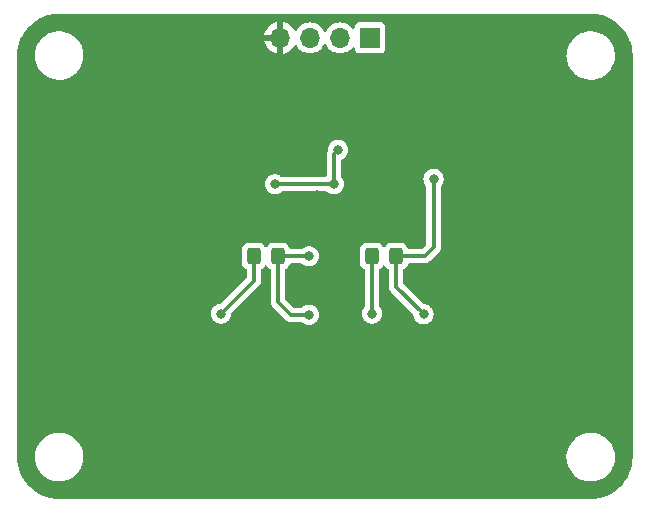
<source format=gbr>
%TF.GenerationSoftware,KiCad,Pcbnew,(6.0.2)*%
%TF.CreationDate,2022-03-01T12:56:46-05:00*%
%TF.ProjectId,shutter_tester,73687574-7465-4725-9f74-65737465722e,A*%
%TF.SameCoordinates,PX717cbc0PY57bcf00*%
%TF.FileFunction,Copper,L2,Bot*%
%TF.FilePolarity,Positive*%
%FSLAX46Y46*%
G04 Gerber Fmt 4.6, Leading zero omitted, Abs format (unit mm)*
G04 Created by KiCad (PCBNEW (6.0.2)) date 2022-03-01 12:56:46*
%MOMM*%
%LPD*%
G01*
G04 APERTURE LIST*
G04 Aperture macros list*
%AMRoundRect*
0 Rectangle with rounded corners*
0 $1 Rounding radius*
0 $2 $3 $4 $5 $6 $7 $8 $9 X,Y pos of 4 corners*
0 Add a 4 corners polygon primitive as box body*
4,1,4,$2,$3,$4,$5,$6,$7,$8,$9,$2,$3,0*
0 Add four circle primitives for the rounded corners*
1,1,$1+$1,$2,$3*
1,1,$1+$1,$4,$5*
1,1,$1+$1,$6,$7*
1,1,$1+$1,$8,$9*
0 Add four rect primitives between the rounded corners*
20,1,$1+$1,$2,$3,$4,$5,0*
20,1,$1+$1,$4,$5,$6,$7,0*
20,1,$1+$1,$6,$7,$8,$9,0*
20,1,$1+$1,$8,$9,$2,$3,0*%
G04 Aperture macros list end*
%TA.AperFunction,ComponentPad*%
%ADD10R,1.700000X1.700000*%
%TD*%
%TA.AperFunction,ComponentPad*%
%ADD11O,1.700000X1.700000*%
%TD*%
%TA.AperFunction,SMDPad,CuDef*%
%ADD12RoundRect,0.250000X0.325000X0.450000X-0.325000X0.450000X-0.325000X-0.450000X0.325000X-0.450000X0*%
%TD*%
%TA.AperFunction,ViaPad*%
%ADD13C,0.800000*%
%TD*%
%TA.AperFunction,Conductor*%
%ADD14C,0.300000*%
%TD*%
G04 APERTURE END LIST*
D10*
%TO.P,J1,1,Pin_1*%
%TO.N,VCC*%
X31320000Y-3500000D03*
D11*
%TO.P,J1,2,Pin_2*%
%TO.N,/OUTPUT_2*%
X28780000Y-3500000D03*
%TO.P,J1,3,Pin_3*%
%TO.N,/OUTPUT_1*%
X26240000Y-3500000D03*
%TO.P,J1,4,Pin_4*%
%TO.N,GND*%
X23700000Y-3500000D03*
%TD*%
D12*
%TO.P,D1,1,K*%
%TO.N,VCC*%
X23525000Y-22000000D03*
%TO.P,D1,2,A*%
%TO.N,Net-(D1-Pad2)*%
X21475000Y-22000000D03*
%TD*%
%TO.P,D2,1,K*%
%TO.N,VCC*%
X33525000Y-22000000D03*
%TO.P,D2,2,A*%
%TO.N,Net-(D2-Pad2)*%
X31475000Y-22000000D03*
%TD*%
D13*
%TO.N,GND*%
X34550000Y-28400000D03*
X21850000Y-28400000D03*
X39150000Y-31450000D03*
X37300000Y-9900000D03*
X26550000Y-31450000D03*
X34400000Y-9900000D03*
X32050000Y-18150000D03*
X26800000Y-16800000D03*
%TO.N,VCC*%
X28600000Y-13000000D03*
X35850000Y-26900000D03*
X36700000Y-15450000D03*
X28250000Y-15900000D03*
X26150000Y-26950000D03*
X26150000Y-22000000D03*
X23250000Y-15900000D03*
%TO.N,Net-(D1-Pad2)*%
X18700000Y-26850000D03*
%TO.N,Net-(D2-Pad2)*%
X31500000Y-26850000D03*
%TD*%
D14*
%TO.N,VCC*%
X23250000Y-15900000D02*
X28250000Y-15900000D01*
X33525000Y-22000000D02*
X35950000Y-22000000D01*
X26150000Y-26950000D02*
X24600000Y-26950000D01*
X23525000Y-25875000D02*
X23525000Y-22000000D01*
X24600000Y-26950000D02*
X23525000Y-25875000D01*
X23525000Y-22000000D02*
X26150000Y-22000000D01*
X28250000Y-13350000D02*
X28250000Y-15900000D01*
X35950000Y-22000000D02*
X36700000Y-21250000D01*
X33525000Y-24575000D02*
X35850000Y-26900000D01*
X33525000Y-22000000D02*
X33525000Y-24575000D01*
X36700000Y-21250000D02*
X36700000Y-15450000D01*
X28600000Y-13000000D02*
X28250000Y-13350000D01*
%TO.N,Net-(D1-Pad2)*%
X21475000Y-24075000D02*
X18700000Y-26850000D01*
X21475000Y-22000000D02*
X21475000Y-24075000D01*
%TO.N,Net-(D2-Pad2)*%
X31475000Y-22000000D02*
X31475000Y-26825000D01*
X31475000Y-26825000D02*
X31500000Y-26850000D01*
%TD*%
%TA.AperFunction,Conductor*%
%TO.N,GND*%
G36*
X49974581Y-1451500D02*
G01*
X49985573Y-1453212D01*
X49985577Y-1453212D01*
X49994446Y-1454593D01*
X50003348Y-1453429D01*
X50003350Y-1453429D01*
X50006944Y-1452959D01*
X50010277Y-1452523D01*
X50032793Y-1451611D01*
X50341783Y-1466791D01*
X50354079Y-1468001D01*
X50686447Y-1517304D01*
X50698569Y-1519714D01*
X50794366Y-1543710D01*
X51024505Y-1601358D01*
X51036337Y-1604947D01*
X51352698Y-1718143D01*
X51364122Y-1722875D01*
X51531937Y-1802245D01*
X51633703Y-1850377D01*
X51667864Y-1866534D01*
X51678769Y-1872363D01*
X51966968Y-2045103D01*
X51977249Y-2051973D01*
X52247124Y-2252126D01*
X52256682Y-2259970D01*
X52505642Y-2485614D01*
X52514386Y-2494358D01*
X52740030Y-2743318D01*
X52747874Y-2752876D01*
X52948027Y-3022751D01*
X52954897Y-3033032D01*
X53008343Y-3122201D01*
X53080512Y-3242607D01*
X53127637Y-3321231D01*
X53133466Y-3332136D01*
X53277125Y-3635878D01*
X53281857Y-3647302D01*
X53395053Y-3963663D01*
X53398642Y-3975495D01*
X53480285Y-4301428D01*
X53482696Y-4313553D01*
X53530942Y-4638794D01*
X53531998Y-4645916D01*
X53533209Y-4658215D01*
X53548060Y-4960504D01*
X53546804Y-4984312D01*
X53546789Y-4985573D01*
X53545407Y-4994446D01*
X53546571Y-5003348D01*
X53546571Y-5003351D01*
X53548936Y-5021434D01*
X53550000Y-5037771D01*
X53550000Y-38955196D01*
X53548500Y-38974581D01*
X53546788Y-38985573D01*
X53546788Y-38985577D01*
X53545407Y-38994446D01*
X53546571Y-39003348D01*
X53546571Y-39003350D01*
X53547477Y-39010274D01*
X53548389Y-39032794D01*
X53533210Y-39341778D01*
X53531999Y-39354079D01*
X53482697Y-39686444D01*
X53480285Y-39698572D01*
X53398642Y-40024505D01*
X53395053Y-40036337D01*
X53281857Y-40352698D01*
X53277125Y-40364122D01*
X53133466Y-40667864D01*
X53127637Y-40678769D01*
X52954897Y-40966968D01*
X52948027Y-40977249D01*
X52747874Y-41247124D01*
X52740030Y-41256682D01*
X52514386Y-41505642D01*
X52505642Y-41514386D01*
X52256682Y-41740030D01*
X52247124Y-41747874D01*
X51977249Y-41948027D01*
X51966968Y-41954897D01*
X51678769Y-42127637D01*
X51667868Y-42133464D01*
X51531937Y-42197755D01*
X51364122Y-42277125D01*
X51352698Y-42281857D01*
X51036337Y-42395053D01*
X51024505Y-42398642D01*
X50794366Y-42456290D01*
X50698569Y-42480286D01*
X50686447Y-42482696D01*
X50354079Y-42531999D01*
X50341785Y-42533209D01*
X50039496Y-42548060D01*
X50015688Y-42546804D01*
X50014427Y-42546789D01*
X50005554Y-42545407D01*
X49996652Y-42546571D01*
X49996649Y-42546571D01*
X49978566Y-42548936D01*
X49962229Y-42550000D01*
X5044804Y-42550000D01*
X5025419Y-42548500D01*
X5014427Y-42546788D01*
X5014423Y-42546788D01*
X5005554Y-42545407D01*
X4996652Y-42546571D01*
X4996650Y-42546571D01*
X4993056Y-42547041D01*
X4989723Y-42547477D01*
X4967207Y-42548389D01*
X4658217Y-42533209D01*
X4645921Y-42531999D01*
X4313553Y-42482696D01*
X4301431Y-42480286D01*
X4205634Y-42456290D01*
X3975495Y-42398642D01*
X3963663Y-42395053D01*
X3647302Y-42281857D01*
X3635878Y-42277125D01*
X3468063Y-42197755D01*
X3332132Y-42133464D01*
X3321231Y-42127637D01*
X3033032Y-41954897D01*
X3022751Y-41948027D01*
X2752876Y-41747874D01*
X2743318Y-41740030D01*
X2494358Y-41514386D01*
X2485614Y-41505642D01*
X2259970Y-41256682D01*
X2252126Y-41247124D01*
X2051973Y-40977249D01*
X2045103Y-40966968D01*
X1872363Y-40678769D01*
X1866534Y-40667864D01*
X1722875Y-40364122D01*
X1718143Y-40352698D01*
X1604947Y-40036337D01*
X1601358Y-40024505D01*
X1519715Y-39698572D01*
X1517303Y-39686444D01*
X1468001Y-39354079D01*
X1466790Y-39341778D01*
X1452107Y-39042888D01*
X1453409Y-39020764D01*
X1453249Y-39020750D01*
X1453684Y-39015907D01*
X1454491Y-39011108D01*
X1454627Y-39000000D01*
X1451273Y-38976580D01*
X1450000Y-38958718D01*
X1450000Y-38928264D01*
X2945745Y-38928264D01*
X2945898Y-38932652D01*
X2945898Y-38932658D01*
X2950908Y-39076105D01*
X2955753Y-39214859D01*
X2956515Y-39219182D01*
X2956516Y-39219189D01*
X2980302Y-39354084D01*
X3005550Y-39497272D01*
X3006905Y-39501443D01*
X3006907Y-39501450D01*
X3048972Y-39630912D01*
X3094167Y-39770006D01*
X3219879Y-40027753D01*
X3380238Y-40265496D01*
X3572125Y-40478608D01*
X3791803Y-40662940D01*
X4034998Y-40814905D01*
X4296975Y-40931545D01*
X4572636Y-41010589D01*
X4576986Y-41011200D01*
X4576989Y-41011201D01*
X4681342Y-41025867D01*
X4856615Y-41050500D01*
X5071604Y-41050500D01*
X5073790Y-41050347D01*
X5073794Y-41050347D01*
X5281686Y-41035810D01*
X5281691Y-41035809D01*
X5286071Y-41035503D01*
X5290365Y-41034590D01*
X5290367Y-41034590D01*
X5408984Y-41009377D01*
X5566575Y-40975880D01*
X5570706Y-40974376D01*
X5570711Y-40974375D01*
X5719135Y-40920353D01*
X5836050Y-40877799D01*
X5954337Y-40814905D01*
X6085361Y-40745239D01*
X6085367Y-40745235D01*
X6089253Y-40743169D01*
X6092813Y-40740582D01*
X6092817Y-40740580D01*
X6317691Y-40577199D01*
X6317694Y-40577197D01*
X6321254Y-40574610D01*
X6324421Y-40571552D01*
X6524374Y-40378460D01*
X6524378Y-40378455D01*
X6527539Y-40375403D01*
X6610853Y-40268767D01*
X6701381Y-40152896D01*
X6704093Y-40149425D01*
X6769384Y-40036337D01*
X6845276Y-39904888D01*
X6845278Y-39904883D01*
X6847477Y-39901075D01*
X6954903Y-39635187D01*
X7024279Y-39356935D01*
X7054255Y-39071736D01*
X7053248Y-39042888D01*
X7049245Y-38928264D01*
X47945745Y-38928264D01*
X47945898Y-38932652D01*
X47945898Y-38932658D01*
X47950908Y-39076105D01*
X47955753Y-39214859D01*
X47956515Y-39219182D01*
X47956516Y-39219189D01*
X47980302Y-39354084D01*
X48005550Y-39497272D01*
X48006905Y-39501443D01*
X48006907Y-39501450D01*
X48048972Y-39630912D01*
X48094167Y-39770006D01*
X48219879Y-40027753D01*
X48380238Y-40265496D01*
X48572125Y-40478608D01*
X48791803Y-40662940D01*
X49034998Y-40814905D01*
X49296975Y-40931545D01*
X49572636Y-41010589D01*
X49576986Y-41011200D01*
X49576989Y-41011201D01*
X49681342Y-41025867D01*
X49856615Y-41050500D01*
X50071604Y-41050500D01*
X50073790Y-41050347D01*
X50073794Y-41050347D01*
X50281686Y-41035810D01*
X50281691Y-41035809D01*
X50286071Y-41035503D01*
X50290365Y-41034590D01*
X50290367Y-41034590D01*
X50408984Y-41009377D01*
X50566575Y-40975880D01*
X50570706Y-40974376D01*
X50570711Y-40974375D01*
X50719135Y-40920353D01*
X50836050Y-40877799D01*
X50954337Y-40814905D01*
X51085361Y-40745239D01*
X51085367Y-40745235D01*
X51089253Y-40743169D01*
X51092813Y-40740582D01*
X51092817Y-40740580D01*
X51317691Y-40577199D01*
X51317694Y-40577197D01*
X51321254Y-40574610D01*
X51324421Y-40571552D01*
X51524374Y-40378460D01*
X51524378Y-40378455D01*
X51527539Y-40375403D01*
X51610853Y-40268767D01*
X51701381Y-40152896D01*
X51704093Y-40149425D01*
X51769384Y-40036337D01*
X51845276Y-39904888D01*
X51845278Y-39904883D01*
X51847477Y-39901075D01*
X51954903Y-39635187D01*
X52024279Y-39356935D01*
X52054255Y-39071736D01*
X52053248Y-39042888D01*
X52044401Y-38789538D01*
X52044400Y-38789532D01*
X52044247Y-38785141D01*
X52019967Y-38647439D01*
X51995212Y-38507051D01*
X51994450Y-38502728D01*
X51993095Y-38498557D01*
X51993093Y-38498550D01*
X51907194Y-38234184D01*
X51905833Y-38229994D01*
X51780121Y-37972247D01*
X51619762Y-37734504D01*
X51427875Y-37521392D01*
X51208197Y-37337060D01*
X50965002Y-37185095D01*
X50703025Y-37068455D01*
X50427364Y-36989411D01*
X50423014Y-36988800D01*
X50423011Y-36988799D01*
X50318658Y-36974133D01*
X50143385Y-36949500D01*
X49928396Y-36949500D01*
X49926210Y-36949653D01*
X49926206Y-36949653D01*
X49718314Y-36964190D01*
X49718309Y-36964191D01*
X49713929Y-36964497D01*
X49709635Y-36965410D01*
X49709633Y-36965410D01*
X49599597Y-36988799D01*
X49433425Y-37024120D01*
X49429294Y-37025624D01*
X49429289Y-37025625D01*
X49311616Y-37068455D01*
X49163950Y-37122201D01*
X49160063Y-37124268D01*
X48914639Y-37254761D01*
X48914633Y-37254765D01*
X48910747Y-37256831D01*
X48907187Y-37259418D01*
X48907183Y-37259420D01*
X48796429Y-37339888D01*
X48678746Y-37425390D01*
X48675582Y-37428446D01*
X48675579Y-37428448D01*
X48475626Y-37621540D01*
X48475622Y-37621545D01*
X48472461Y-37624597D01*
X48469754Y-37628062D01*
X48469752Y-37628064D01*
X48386592Y-37734504D01*
X48295907Y-37850575D01*
X48293704Y-37854391D01*
X48227765Y-37968602D01*
X48152523Y-38098925D01*
X48045097Y-38364813D01*
X47975721Y-38643065D01*
X47945745Y-38928264D01*
X7049245Y-38928264D01*
X7044401Y-38789538D01*
X7044400Y-38789532D01*
X7044247Y-38785141D01*
X7019967Y-38647439D01*
X6995212Y-38507051D01*
X6994450Y-38502728D01*
X6993095Y-38498557D01*
X6993093Y-38498550D01*
X6907194Y-38234184D01*
X6905833Y-38229994D01*
X6780121Y-37972247D01*
X6619762Y-37734504D01*
X6427875Y-37521392D01*
X6208197Y-37337060D01*
X5965002Y-37185095D01*
X5703025Y-37068455D01*
X5427364Y-36989411D01*
X5423014Y-36988800D01*
X5423011Y-36988799D01*
X5318658Y-36974133D01*
X5143385Y-36949500D01*
X4928396Y-36949500D01*
X4926210Y-36949653D01*
X4926206Y-36949653D01*
X4718314Y-36964190D01*
X4718309Y-36964191D01*
X4713929Y-36964497D01*
X4709635Y-36965410D01*
X4709633Y-36965410D01*
X4599597Y-36988799D01*
X4433425Y-37024120D01*
X4429294Y-37025624D01*
X4429289Y-37025625D01*
X4311616Y-37068455D01*
X4163950Y-37122201D01*
X4160063Y-37124268D01*
X3914639Y-37254761D01*
X3914633Y-37254765D01*
X3910747Y-37256831D01*
X3907187Y-37259418D01*
X3907183Y-37259420D01*
X3796429Y-37339888D01*
X3678746Y-37425390D01*
X3675582Y-37428446D01*
X3675579Y-37428448D01*
X3475626Y-37621540D01*
X3475622Y-37621545D01*
X3472461Y-37624597D01*
X3469754Y-37628062D01*
X3469752Y-37628064D01*
X3386592Y-37734504D01*
X3295907Y-37850575D01*
X3293704Y-37854391D01*
X3227765Y-37968602D01*
X3152523Y-38098925D01*
X3045097Y-38364813D01*
X2975721Y-38643065D01*
X2945745Y-38928264D01*
X1450000Y-38928264D01*
X1450000Y-26850000D01*
X17844815Y-26850000D01*
X17845505Y-26856565D01*
X17856016Y-26956565D01*
X17863503Y-27027803D01*
X17918750Y-27197835D01*
X18008141Y-27352665D01*
X18012559Y-27357572D01*
X18012560Y-27357573D01*
X18117875Y-27474536D01*
X18127770Y-27485526D01*
X18133109Y-27489405D01*
X18265407Y-27585526D01*
X18272407Y-27590612D01*
X18278435Y-27593296D01*
X18278437Y-27593297D01*
X18384709Y-27640612D01*
X18435733Y-27663329D01*
X18523171Y-27681914D01*
X18604152Y-27699128D01*
X18604156Y-27699128D01*
X18610609Y-27700500D01*
X18789391Y-27700500D01*
X18795844Y-27699128D01*
X18795848Y-27699128D01*
X18876829Y-27681914D01*
X18964267Y-27663329D01*
X19015291Y-27640612D01*
X19121563Y-27593297D01*
X19121565Y-27593296D01*
X19127593Y-27590612D01*
X19134594Y-27585526D01*
X19266891Y-27489405D01*
X19272230Y-27485526D01*
X19282126Y-27474536D01*
X19387440Y-27357573D01*
X19387441Y-27357572D01*
X19391859Y-27352665D01*
X19481250Y-27197835D01*
X19536497Y-27027803D01*
X19543985Y-26956565D01*
X19551220Y-26887724D01*
X19578233Y-26822068D01*
X19587435Y-26811800D01*
X21865938Y-24533297D01*
X21878329Y-24522429D01*
X21896736Y-24508305D01*
X21903282Y-24503282D01*
X21999536Y-24377841D01*
X22060044Y-24231762D01*
X22075500Y-24114361D01*
X22080682Y-24075000D01*
X22076578Y-24043827D01*
X22075500Y-24027381D01*
X22075500Y-23173138D01*
X22095502Y-23105017D01*
X22136229Y-23065362D01*
X22228907Y-23009234D01*
X22235408Y-23005297D01*
X22355297Y-22885408D01*
X22392224Y-22824434D01*
X22444621Y-22776527D01*
X22514601Y-22764554D01*
X22579945Y-22792315D01*
X22607776Y-22824434D01*
X22644703Y-22885408D01*
X22764592Y-23005297D01*
X22771093Y-23009234D01*
X22863771Y-23065362D01*
X22911678Y-23117760D01*
X22924500Y-23173138D01*
X22924500Y-25827381D01*
X22923422Y-25843827D01*
X22919318Y-25875000D01*
X22924500Y-25914361D01*
X22939956Y-26031762D01*
X23000464Y-26177841D01*
X23096718Y-26303282D01*
X23103264Y-26308305D01*
X23108855Y-26312595D01*
X23117694Y-26319377D01*
X23121671Y-26322429D01*
X23134062Y-26333297D01*
X24141703Y-27340938D01*
X24152570Y-27353328D01*
X24171718Y-27378282D01*
X24245692Y-27435044D01*
X24297159Y-27474536D01*
X24443238Y-27535044D01*
X24600000Y-27555683D01*
X24631179Y-27551578D01*
X24647626Y-27550500D01*
X25491534Y-27550500D01*
X25559655Y-27570502D01*
X25574334Y-27581709D01*
X25577770Y-27585526D01*
X25588466Y-27593297D01*
X25684856Y-27663329D01*
X25722407Y-27690612D01*
X25728435Y-27693296D01*
X25728437Y-27693297D01*
X25856918Y-27750500D01*
X25885733Y-27763329D01*
X25973171Y-27781914D01*
X26054152Y-27799128D01*
X26054156Y-27799128D01*
X26060609Y-27800500D01*
X26239391Y-27800500D01*
X26245844Y-27799128D01*
X26245848Y-27799128D01*
X26326829Y-27781914D01*
X26414267Y-27763329D01*
X26443082Y-27750500D01*
X26571563Y-27693297D01*
X26571565Y-27693296D01*
X26577593Y-27690612D01*
X26615145Y-27663329D01*
X26715230Y-27590612D01*
X26722230Y-27585526D01*
X26750072Y-27554605D01*
X26837440Y-27457573D01*
X26837441Y-27457572D01*
X26841859Y-27452665D01*
X26867893Y-27407573D01*
X26927946Y-27303558D01*
X26927947Y-27303557D01*
X26931250Y-27297835D01*
X26986497Y-27127803D01*
X27005185Y-26950000D01*
X26999240Y-26893435D01*
X26987187Y-26778761D01*
X26987187Y-26778760D01*
X26986497Y-26772197D01*
X26931250Y-26602165D01*
X26841859Y-26447335D01*
X26796839Y-26397335D01*
X26726645Y-26319377D01*
X26726643Y-26319376D01*
X26722230Y-26314474D01*
X26589592Y-26218106D01*
X26582935Y-26213269D01*
X26582933Y-26213268D01*
X26577593Y-26209388D01*
X26571565Y-26206704D01*
X26571563Y-26206703D01*
X26420298Y-26139356D01*
X26420297Y-26139356D01*
X26414267Y-26136671D01*
X26326829Y-26118086D01*
X26245848Y-26100872D01*
X26245844Y-26100872D01*
X26239391Y-26099500D01*
X26060609Y-26099500D01*
X26054156Y-26100872D01*
X26054152Y-26100872D01*
X25973171Y-26118086D01*
X25885733Y-26136671D01*
X25879703Y-26139356D01*
X25879702Y-26139356D01*
X25728438Y-26206703D01*
X25728436Y-26206704D01*
X25722408Y-26209388D01*
X25717067Y-26213268D01*
X25717066Y-26213269D01*
X25586261Y-26308305D01*
X25577770Y-26314474D01*
X25575012Y-26317537D01*
X25511835Y-26347854D01*
X25491534Y-26349500D01*
X24900925Y-26349500D01*
X24832804Y-26329498D01*
X24811830Y-26312595D01*
X24162405Y-25663170D01*
X24128379Y-25600858D01*
X24125500Y-25574075D01*
X24125500Y-23173138D01*
X24145502Y-23105017D01*
X24186229Y-23065362D01*
X24278907Y-23009234D01*
X24285408Y-23005297D01*
X24405297Y-22885408D01*
X24493127Y-22740383D01*
X24509286Y-22688820D01*
X24548744Y-22629798D01*
X24613848Y-22601478D01*
X24629520Y-22600500D01*
X25491534Y-22600500D01*
X25559655Y-22620502D01*
X25574334Y-22631709D01*
X25577770Y-22635526D01*
X25651122Y-22688820D01*
X25712115Y-22733134D01*
X25722407Y-22740612D01*
X25728435Y-22743296D01*
X25728437Y-22743297D01*
X25879702Y-22810644D01*
X25885733Y-22813329D01*
X25973171Y-22831915D01*
X26054152Y-22849128D01*
X26054156Y-22849128D01*
X26060609Y-22850500D01*
X26239391Y-22850500D01*
X26245844Y-22849128D01*
X26245848Y-22849128D01*
X26326829Y-22831915D01*
X26414267Y-22813329D01*
X26420298Y-22810644D01*
X26571563Y-22743297D01*
X26571565Y-22743296D01*
X26577593Y-22740612D01*
X26587886Y-22733134D01*
X26692942Y-22656805D01*
X26722230Y-22635526D01*
X26750073Y-22604604D01*
X26837440Y-22507573D01*
X26837441Y-22507572D01*
X26841859Y-22502665D01*
X26931250Y-22347835D01*
X26986497Y-22177803D01*
X27005185Y-22000000D01*
X26986497Y-21822197D01*
X26931250Y-21652165D01*
X26841859Y-21497335D01*
X26841472Y-21496905D01*
X30449500Y-21496905D01*
X30449501Y-22001311D01*
X30449501Y-22505992D01*
X30449764Y-22508850D01*
X30449764Y-22508859D01*
X30451495Y-22527696D01*
X30456171Y-22578594D01*
X30458170Y-22584972D01*
X30458170Y-22584973D01*
X30474013Y-22635526D01*
X30506873Y-22740383D01*
X30594703Y-22885408D01*
X30714592Y-23005297D01*
X30721093Y-23009234D01*
X30813771Y-23065362D01*
X30861678Y-23117760D01*
X30874500Y-23173138D01*
X30874500Y-26225269D01*
X30854498Y-26293390D01*
X30842136Y-26309580D01*
X30824202Y-26329498D01*
X30808141Y-26347335D01*
X30804838Y-26353056D01*
X30775971Y-26403056D01*
X30718750Y-26502165D01*
X30663503Y-26672197D01*
X30644815Y-26850000D01*
X30645505Y-26856565D01*
X30656016Y-26956565D01*
X30663503Y-27027803D01*
X30718750Y-27197835D01*
X30808141Y-27352665D01*
X30812559Y-27357572D01*
X30812560Y-27357573D01*
X30917875Y-27474536D01*
X30927770Y-27485526D01*
X30933109Y-27489405D01*
X31065407Y-27585526D01*
X31072407Y-27590612D01*
X31078435Y-27593296D01*
X31078437Y-27593297D01*
X31184709Y-27640612D01*
X31235733Y-27663329D01*
X31323171Y-27681914D01*
X31404152Y-27699128D01*
X31404156Y-27699128D01*
X31410609Y-27700500D01*
X31589391Y-27700500D01*
X31595844Y-27699128D01*
X31595848Y-27699128D01*
X31676829Y-27681914D01*
X31764267Y-27663329D01*
X31815291Y-27640612D01*
X31921563Y-27593297D01*
X31921565Y-27593296D01*
X31927593Y-27590612D01*
X31934594Y-27585526D01*
X32066891Y-27489405D01*
X32072230Y-27485526D01*
X32082126Y-27474536D01*
X32187440Y-27357573D01*
X32187441Y-27357572D01*
X32191859Y-27352665D01*
X32281250Y-27197835D01*
X32336497Y-27027803D01*
X32343985Y-26956565D01*
X32354495Y-26856565D01*
X32355185Y-26850000D01*
X32336497Y-26672197D01*
X32281250Y-26502165D01*
X32224030Y-26403056D01*
X32195162Y-26353056D01*
X32191859Y-26347335D01*
X32175799Y-26329498D01*
X32107864Y-26254050D01*
X32077147Y-26190042D01*
X32075500Y-26169739D01*
X32075500Y-23173138D01*
X32095502Y-23105017D01*
X32136229Y-23065362D01*
X32228907Y-23009234D01*
X32235408Y-23005297D01*
X32355297Y-22885408D01*
X32392224Y-22824434D01*
X32444621Y-22776527D01*
X32514601Y-22764554D01*
X32579945Y-22792315D01*
X32607776Y-22824434D01*
X32644703Y-22885408D01*
X32764592Y-23005297D01*
X32771093Y-23009234D01*
X32863771Y-23065362D01*
X32911678Y-23117760D01*
X32924500Y-23173138D01*
X32924500Y-24527381D01*
X32923422Y-24543827D01*
X32919318Y-24575000D01*
X32924500Y-24614361D01*
X32939956Y-24731762D01*
X33000464Y-24877841D01*
X33096718Y-25003282D01*
X33103264Y-25008305D01*
X33121671Y-25022429D01*
X33134062Y-25033297D01*
X34962565Y-26861800D01*
X34996591Y-26924112D01*
X34998780Y-26937724D01*
X35013503Y-27077803D01*
X35068750Y-27247835D01*
X35072053Y-27253557D01*
X35072054Y-27253558D01*
X35129657Y-27353329D01*
X35158141Y-27402665D01*
X35162559Y-27407572D01*
X35162560Y-27407573D01*
X35232750Y-27485526D01*
X35277770Y-27535526D01*
X35283109Y-27539405D01*
X35353589Y-27590612D01*
X35422407Y-27640612D01*
X35428435Y-27643296D01*
X35428437Y-27643297D01*
X35556918Y-27700500D01*
X35585733Y-27713329D01*
X35673171Y-27731914D01*
X35754152Y-27749128D01*
X35754156Y-27749128D01*
X35760609Y-27750500D01*
X35939391Y-27750500D01*
X35945844Y-27749128D01*
X35945848Y-27749128D01*
X36026829Y-27731914D01*
X36114267Y-27713329D01*
X36143082Y-27700500D01*
X36271563Y-27643297D01*
X36271565Y-27643296D01*
X36277593Y-27640612D01*
X36346412Y-27590612D01*
X36416891Y-27539405D01*
X36422230Y-27535526D01*
X36467251Y-27485526D01*
X36537440Y-27407573D01*
X36537441Y-27407572D01*
X36541859Y-27402665D01*
X36570343Y-27353329D01*
X36627946Y-27253558D01*
X36627947Y-27253557D01*
X36631250Y-27247835D01*
X36686497Y-27077803D01*
X36705185Y-26900000D01*
X36686497Y-26722197D01*
X36631250Y-26552165D01*
X36574030Y-26453056D01*
X36545162Y-26403056D01*
X36541859Y-26397335D01*
X36496839Y-26347335D01*
X36426645Y-26269377D01*
X36426643Y-26269376D01*
X36422230Y-26264474D01*
X36392942Y-26243195D01*
X36282935Y-26163269D01*
X36282933Y-26163268D01*
X36277593Y-26159388D01*
X36271565Y-26156704D01*
X36271563Y-26156703D01*
X36120298Y-26089356D01*
X36120297Y-26089356D01*
X36114267Y-26086671D01*
X36026829Y-26068085D01*
X35945848Y-26050872D01*
X35945844Y-26050872D01*
X35939391Y-26049500D01*
X35900925Y-26049500D01*
X35832804Y-26029498D01*
X35811830Y-26012595D01*
X34162405Y-24363170D01*
X34128379Y-24300858D01*
X34125500Y-24274075D01*
X34125500Y-23173138D01*
X34145502Y-23105017D01*
X34186229Y-23065362D01*
X34278907Y-23009234D01*
X34285408Y-23005297D01*
X34405297Y-22885408D01*
X34493127Y-22740383D01*
X34509286Y-22688820D01*
X34548744Y-22629798D01*
X34613848Y-22601478D01*
X34629520Y-22600500D01*
X35902381Y-22600500D01*
X35918827Y-22601578D01*
X35950000Y-22605682D01*
X35958188Y-22604604D01*
X35989361Y-22600500D01*
X36098574Y-22586122D01*
X36106762Y-22585044D01*
X36252841Y-22524536D01*
X36378282Y-22428282D01*
X36397430Y-22403328D01*
X36408297Y-22390938D01*
X37090938Y-21708297D01*
X37103329Y-21697429D01*
X37121736Y-21683305D01*
X37128282Y-21678282D01*
X37224536Y-21552841D01*
X37285044Y-21406762D01*
X37297628Y-21311180D01*
X37300500Y-21289361D01*
X37304604Y-21258188D01*
X37305682Y-21250000D01*
X37301578Y-21218827D01*
X37300500Y-21202381D01*
X37300500Y-16102496D01*
X37320502Y-16034375D01*
X37332864Y-16018185D01*
X37387440Y-15957573D01*
X37387441Y-15957572D01*
X37391859Y-15952665D01*
X37481250Y-15797835D01*
X37536497Y-15627803D01*
X37545049Y-15546442D01*
X37554495Y-15456565D01*
X37555185Y-15450000D01*
X37536497Y-15272197D01*
X37481250Y-15102165D01*
X37471513Y-15085299D01*
X37395162Y-14953056D01*
X37391859Y-14947335D01*
X37272230Y-14814474D01*
X37127593Y-14709388D01*
X37121565Y-14706704D01*
X37121563Y-14706703D01*
X36970298Y-14639356D01*
X36970297Y-14639356D01*
X36964267Y-14636671D01*
X36876829Y-14618086D01*
X36795848Y-14600872D01*
X36795844Y-14600872D01*
X36789391Y-14599500D01*
X36610609Y-14599500D01*
X36604156Y-14600872D01*
X36604152Y-14600872D01*
X36523171Y-14618085D01*
X36435733Y-14636671D01*
X36429703Y-14639356D01*
X36429702Y-14639356D01*
X36278438Y-14706703D01*
X36278436Y-14706704D01*
X36272408Y-14709388D01*
X36127770Y-14814474D01*
X36008141Y-14947335D01*
X36004838Y-14953056D01*
X35928488Y-15085299D01*
X35918750Y-15102165D01*
X35863503Y-15272197D01*
X35844815Y-15450000D01*
X35845505Y-15456565D01*
X35854952Y-15546442D01*
X35863503Y-15627803D01*
X35918750Y-15797835D01*
X36008141Y-15952665D01*
X36012559Y-15957572D01*
X36012560Y-15957573D01*
X36067136Y-16018185D01*
X36097853Y-16082193D01*
X36099500Y-16102496D01*
X36099500Y-20949075D01*
X36079498Y-21017196D01*
X36062595Y-21038170D01*
X35738170Y-21362595D01*
X35675858Y-21396621D01*
X35649075Y-21399500D01*
X34629520Y-21399500D01*
X34561399Y-21379498D01*
X34514906Y-21325842D01*
X34509286Y-21311180D01*
X34495398Y-21266864D01*
X34493127Y-21259617D01*
X34405297Y-21114592D01*
X34285408Y-20994703D01*
X34140383Y-20906873D01*
X34133136Y-20904602D01*
X34133134Y-20904601D01*
X34067894Y-20884156D01*
X33978594Y-20856171D01*
X33905993Y-20849500D01*
X33903095Y-20849500D01*
X33524012Y-20849501D01*
X33144008Y-20849501D01*
X33141150Y-20849764D01*
X33141141Y-20849764D01*
X33105757Y-20853015D01*
X33071406Y-20856171D01*
X33065028Y-20858170D01*
X33065027Y-20858170D01*
X32916866Y-20904601D01*
X32916864Y-20904602D01*
X32909617Y-20906873D01*
X32764592Y-20994703D01*
X32644703Y-21114592D01*
X32640766Y-21121093D01*
X32607776Y-21175566D01*
X32555379Y-21223473D01*
X32485399Y-21235446D01*
X32420055Y-21207685D01*
X32392224Y-21175566D01*
X32359234Y-21121093D01*
X32355297Y-21114592D01*
X32235408Y-20994703D01*
X32090383Y-20906873D01*
X32083136Y-20904602D01*
X32083134Y-20904601D01*
X32017894Y-20884156D01*
X31928594Y-20856171D01*
X31855993Y-20849500D01*
X31853095Y-20849500D01*
X31474012Y-20849501D01*
X31094008Y-20849501D01*
X31091150Y-20849764D01*
X31091141Y-20849764D01*
X31055757Y-20853015D01*
X31021406Y-20856171D01*
X31015028Y-20858170D01*
X31015027Y-20858170D01*
X30866866Y-20904601D01*
X30866864Y-20904602D01*
X30859617Y-20906873D01*
X30714592Y-20994703D01*
X30594703Y-21114592D01*
X30506873Y-21259617D01*
X30456171Y-21421406D01*
X30449500Y-21494007D01*
X30449500Y-21496905D01*
X26841472Y-21496905D01*
X26837440Y-21492427D01*
X26726645Y-21369377D01*
X26726643Y-21369376D01*
X26722230Y-21364474D01*
X26618847Y-21289361D01*
X26582935Y-21263269D01*
X26582933Y-21263268D01*
X26577593Y-21259388D01*
X26571565Y-21256704D01*
X26571563Y-21256703D01*
X26420298Y-21189356D01*
X26420297Y-21189356D01*
X26414267Y-21186671D01*
X26326829Y-21168086D01*
X26245848Y-21150872D01*
X26245844Y-21150872D01*
X26239391Y-21149500D01*
X26060609Y-21149500D01*
X26054156Y-21150872D01*
X26054152Y-21150872D01*
X25973171Y-21168086D01*
X25885733Y-21186671D01*
X25879703Y-21189356D01*
X25879702Y-21189356D01*
X25728438Y-21256703D01*
X25728436Y-21256704D01*
X25722408Y-21259388D01*
X25717067Y-21263268D01*
X25717066Y-21263269D01*
X25651123Y-21311180D01*
X25577770Y-21364474D01*
X25575012Y-21367537D01*
X25511835Y-21397854D01*
X25491534Y-21399500D01*
X24629520Y-21399500D01*
X24561399Y-21379498D01*
X24514906Y-21325842D01*
X24509286Y-21311180D01*
X24495398Y-21266864D01*
X24493127Y-21259617D01*
X24405297Y-21114592D01*
X24285408Y-20994703D01*
X24140383Y-20906873D01*
X24133136Y-20904602D01*
X24133134Y-20904601D01*
X24067894Y-20884156D01*
X23978594Y-20856171D01*
X23905993Y-20849500D01*
X23903095Y-20849500D01*
X23524012Y-20849501D01*
X23144008Y-20849501D01*
X23141150Y-20849764D01*
X23141141Y-20849764D01*
X23105757Y-20853015D01*
X23071406Y-20856171D01*
X23065028Y-20858170D01*
X23065027Y-20858170D01*
X22916866Y-20904601D01*
X22916864Y-20904602D01*
X22909617Y-20906873D01*
X22764592Y-20994703D01*
X22644703Y-21114592D01*
X22640766Y-21121093D01*
X22607776Y-21175566D01*
X22555379Y-21223473D01*
X22485399Y-21235446D01*
X22420055Y-21207685D01*
X22392224Y-21175566D01*
X22359234Y-21121093D01*
X22355297Y-21114592D01*
X22235408Y-20994703D01*
X22090383Y-20906873D01*
X22083136Y-20904602D01*
X22083134Y-20904601D01*
X22017894Y-20884156D01*
X21928594Y-20856171D01*
X21855993Y-20849500D01*
X21853095Y-20849500D01*
X21474012Y-20849501D01*
X21094008Y-20849501D01*
X21091150Y-20849764D01*
X21091141Y-20849764D01*
X21055757Y-20853015D01*
X21021406Y-20856171D01*
X21015028Y-20858170D01*
X21015027Y-20858170D01*
X20866866Y-20904601D01*
X20866864Y-20904602D01*
X20859617Y-20906873D01*
X20714592Y-20994703D01*
X20594703Y-21114592D01*
X20506873Y-21259617D01*
X20456171Y-21421406D01*
X20449500Y-21494007D01*
X20449500Y-21496905D01*
X20449501Y-22001311D01*
X20449501Y-22505992D01*
X20449764Y-22508850D01*
X20449764Y-22508859D01*
X20451495Y-22527696D01*
X20456171Y-22578594D01*
X20458170Y-22584972D01*
X20458170Y-22584973D01*
X20474013Y-22635526D01*
X20506873Y-22740383D01*
X20594703Y-22885408D01*
X20714592Y-23005297D01*
X20721093Y-23009234D01*
X20813771Y-23065362D01*
X20861678Y-23117760D01*
X20874500Y-23173138D01*
X20874500Y-23774075D01*
X20854498Y-23842196D01*
X20837595Y-23863170D01*
X18738170Y-25962595D01*
X18675858Y-25996621D01*
X18649075Y-25999500D01*
X18610609Y-25999500D01*
X18604156Y-26000872D01*
X18604152Y-26000872D01*
X18523171Y-26018086D01*
X18435733Y-26036671D01*
X18429703Y-26039356D01*
X18429702Y-26039356D01*
X18278438Y-26106703D01*
X18278436Y-26106704D01*
X18272408Y-26109388D01*
X18267067Y-26113268D01*
X18267066Y-26113269D01*
X18178191Y-26177841D01*
X18127770Y-26214474D01*
X18123357Y-26219376D01*
X18123355Y-26219377D01*
X18020781Y-26333297D01*
X18008141Y-26347335D01*
X18004838Y-26353056D01*
X17975971Y-26403056D01*
X17918750Y-26502165D01*
X17863503Y-26672197D01*
X17844815Y-26850000D01*
X1450000Y-26850000D01*
X1450000Y-15900000D01*
X22394815Y-15900000D01*
X22413503Y-16077803D01*
X22468750Y-16247835D01*
X22558141Y-16402665D01*
X22677770Y-16535526D01*
X22822407Y-16640612D01*
X22828435Y-16643296D01*
X22828437Y-16643297D01*
X22979702Y-16710644D01*
X22985733Y-16713329D01*
X23073171Y-16731915D01*
X23154152Y-16749128D01*
X23154156Y-16749128D01*
X23160609Y-16750500D01*
X23339391Y-16750500D01*
X23345844Y-16749128D01*
X23345848Y-16749128D01*
X23426829Y-16731915D01*
X23514267Y-16713329D01*
X23520298Y-16710644D01*
X23671563Y-16643297D01*
X23671565Y-16643296D01*
X23677593Y-16640612D01*
X23822230Y-16535526D01*
X23824988Y-16532463D01*
X23888165Y-16502146D01*
X23908466Y-16500500D01*
X27591534Y-16500500D01*
X27659655Y-16520502D01*
X27674334Y-16531709D01*
X27677770Y-16535526D01*
X27822407Y-16640612D01*
X27828435Y-16643296D01*
X27828437Y-16643297D01*
X27979702Y-16710644D01*
X27985733Y-16713329D01*
X28073171Y-16731915D01*
X28154152Y-16749128D01*
X28154156Y-16749128D01*
X28160609Y-16750500D01*
X28339391Y-16750500D01*
X28345844Y-16749128D01*
X28345848Y-16749128D01*
X28426829Y-16731915D01*
X28514267Y-16713329D01*
X28520298Y-16710644D01*
X28671563Y-16643297D01*
X28671565Y-16643296D01*
X28677593Y-16640612D01*
X28822230Y-16535526D01*
X28941859Y-16402665D01*
X29031250Y-16247835D01*
X29086497Y-16077803D01*
X29105185Y-15900000D01*
X29104495Y-15893435D01*
X29087187Y-15728761D01*
X29087187Y-15728760D01*
X29086497Y-15722197D01*
X29031250Y-15552165D01*
X28941859Y-15397335D01*
X28882864Y-15331814D01*
X28852147Y-15267807D01*
X28850500Y-15247504D01*
X28850500Y-13901284D01*
X28870502Y-13833163D01*
X28925252Y-13786177D01*
X29021560Y-13743299D01*
X29021567Y-13743295D01*
X29027593Y-13740612D01*
X29172230Y-13635526D01*
X29291859Y-13502665D01*
X29381250Y-13347835D01*
X29404707Y-13275641D01*
X29434457Y-13184082D01*
X29434457Y-13184080D01*
X29436497Y-13177803D01*
X29455185Y-13000000D01*
X29436497Y-12822197D01*
X29381250Y-12652165D01*
X29291859Y-12497335D01*
X29172230Y-12364474D01*
X29027593Y-12259388D01*
X29021565Y-12256704D01*
X29021563Y-12256703D01*
X28870298Y-12189356D01*
X28870297Y-12189356D01*
X28864267Y-12186671D01*
X28776829Y-12168085D01*
X28695848Y-12150872D01*
X28695844Y-12150872D01*
X28689391Y-12149500D01*
X28510609Y-12149500D01*
X28504156Y-12150872D01*
X28504152Y-12150872D01*
X28423171Y-12168085D01*
X28335733Y-12186671D01*
X28329703Y-12189356D01*
X28329702Y-12189356D01*
X28178438Y-12256703D01*
X28178436Y-12256704D01*
X28172408Y-12259388D01*
X28027770Y-12364474D01*
X27908141Y-12497335D01*
X27818750Y-12652165D01*
X27763503Y-12822197D01*
X27762813Y-12828760D01*
X27762813Y-12828761D01*
X27745584Y-12992680D01*
X27729658Y-13041693D01*
X27725464Y-13047159D01*
X27664956Y-13193238D01*
X27644318Y-13350000D01*
X27645396Y-13358188D01*
X27648422Y-13381173D01*
X27649500Y-13397619D01*
X27649500Y-15173500D01*
X27629498Y-15241621D01*
X27575842Y-15288114D01*
X27523500Y-15299500D01*
X23908466Y-15299500D01*
X23840345Y-15279498D01*
X23825666Y-15268291D01*
X23822230Y-15264474D01*
X23731079Y-15198248D01*
X23682935Y-15163269D01*
X23682933Y-15163268D01*
X23677593Y-15159388D01*
X23671565Y-15156704D01*
X23671563Y-15156703D01*
X23520298Y-15089356D01*
X23520297Y-15089356D01*
X23514267Y-15086671D01*
X23426829Y-15068086D01*
X23345848Y-15050872D01*
X23345844Y-15050872D01*
X23339391Y-15049500D01*
X23160609Y-15049500D01*
X23154156Y-15050872D01*
X23154152Y-15050872D01*
X23073171Y-15068085D01*
X22985733Y-15086671D01*
X22979703Y-15089356D01*
X22979702Y-15089356D01*
X22828438Y-15156703D01*
X22828436Y-15156704D01*
X22822408Y-15159388D01*
X22817067Y-15163268D01*
X22817066Y-15163269D01*
X22709224Y-15241621D01*
X22677770Y-15264474D01*
X22673357Y-15269376D01*
X22673355Y-15269377D01*
X22562560Y-15392427D01*
X22558141Y-15397335D01*
X22468750Y-15552165D01*
X22413503Y-15722197D01*
X22412813Y-15728760D01*
X22412813Y-15728761D01*
X22395505Y-15893435D01*
X22394815Y-15900000D01*
X1450000Y-15900000D01*
X1450000Y-5048329D01*
X1451746Y-5027426D01*
X1453684Y-5015908D01*
X1453685Y-5015901D01*
X1454491Y-5011108D01*
X1454627Y-5000000D01*
X1452896Y-4987912D01*
X1451775Y-4963865D01*
X1451941Y-4960499D01*
X1453525Y-4928264D01*
X2945745Y-4928264D01*
X2945898Y-4932652D01*
X2945898Y-4932658D01*
X2950908Y-5076105D01*
X2955753Y-5214859D01*
X2956515Y-5219182D01*
X2956516Y-5219189D01*
X2980805Y-5356935D01*
X3005550Y-5497272D01*
X3006905Y-5501443D01*
X3006907Y-5501450D01*
X3048972Y-5630912D01*
X3094167Y-5770006D01*
X3219879Y-6027753D01*
X3380238Y-6265496D01*
X3572125Y-6478608D01*
X3791803Y-6662940D01*
X4034998Y-6814905D01*
X4296975Y-6931545D01*
X4572636Y-7010589D01*
X4576986Y-7011200D01*
X4576989Y-7011201D01*
X4681342Y-7025867D01*
X4856615Y-7050500D01*
X5071604Y-7050500D01*
X5073790Y-7050347D01*
X5073794Y-7050347D01*
X5281686Y-7035810D01*
X5281691Y-7035809D01*
X5286071Y-7035503D01*
X5290365Y-7034590D01*
X5290367Y-7034590D01*
X5408984Y-7009377D01*
X5566575Y-6975880D01*
X5570706Y-6974376D01*
X5570711Y-6974375D01*
X5719135Y-6920353D01*
X5836050Y-6877799D01*
X5954337Y-6814905D01*
X6085361Y-6745239D01*
X6085367Y-6745235D01*
X6089253Y-6743169D01*
X6092813Y-6740582D01*
X6092817Y-6740580D01*
X6317691Y-6577199D01*
X6317694Y-6577197D01*
X6321254Y-6574610D01*
X6417738Y-6481437D01*
X6524374Y-6378460D01*
X6524378Y-6378455D01*
X6527539Y-6375403D01*
X6610853Y-6268767D01*
X6701381Y-6152896D01*
X6704093Y-6149425D01*
X6743478Y-6081208D01*
X6845276Y-5904888D01*
X6845278Y-5904883D01*
X6847477Y-5901075D01*
X6954903Y-5635187D01*
X7024279Y-5356935D01*
X7054255Y-5071736D01*
X7052708Y-5027426D01*
X7049245Y-4928264D01*
X47945745Y-4928264D01*
X47945898Y-4932652D01*
X47945898Y-4932658D01*
X47950908Y-5076105D01*
X47955753Y-5214859D01*
X47956515Y-5219182D01*
X47956516Y-5219189D01*
X47980805Y-5356935D01*
X48005550Y-5497272D01*
X48006905Y-5501443D01*
X48006907Y-5501450D01*
X48048972Y-5630912D01*
X48094167Y-5770006D01*
X48219879Y-6027753D01*
X48380238Y-6265496D01*
X48572125Y-6478608D01*
X48791803Y-6662940D01*
X49034998Y-6814905D01*
X49296975Y-6931545D01*
X49572636Y-7010589D01*
X49576986Y-7011200D01*
X49576989Y-7011201D01*
X49681342Y-7025867D01*
X49856615Y-7050500D01*
X50071604Y-7050500D01*
X50073790Y-7050347D01*
X50073794Y-7050347D01*
X50281686Y-7035810D01*
X50281691Y-7035809D01*
X50286071Y-7035503D01*
X50290365Y-7034590D01*
X50290367Y-7034590D01*
X50408984Y-7009377D01*
X50566575Y-6975880D01*
X50570706Y-6974376D01*
X50570711Y-6974375D01*
X50719135Y-6920353D01*
X50836050Y-6877799D01*
X50954337Y-6814905D01*
X51085361Y-6745239D01*
X51085367Y-6745235D01*
X51089253Y-6743169D01*
X51092813Y-6740582D01*
X51092817Y-6740580D01*
X51317691Y-6577199D01*
X51317694Y-6577197D01*
X51321254Y-6574610D01*
X51417738Y-6481437D01*
X51524374Y-6378460D01*
X51524378Y-6378455D01*
X51527539Y-6375403D01*
X51610853Y-6268767D01*
X51701381Y-6152896D01*
X51704093Y-6149425D01*
X51743478Y-6081208D01*
X51845276Y-5904888D01*
X51845278Y-5904883D01*
X51847477Y-5901075D01*
X51954903Y-5635187D01*
X52024279Y-5356935D01*
X52054255Y-5071736D01*
X52052708Y-5027426D01*
X52044401Y-4789538D01*
X52044400Y-4789532D01*
X52044247Y-4785141D01*
X52040949Y-4766433D01*
X52001691Y-4543792D01*
X51994450Y-4502728D01*
X51993095Y-4498557D01*
X51993093Y-4498550D01*
X51942562Y-4343034D01*
X51905833Y-4229994D01*
X51889831Y-4197184D01*
X51806273Y-4025867D01*
X51780121Y-3972247D01*
X51619762Y-3734504D01*
X51427875Y-3521392D01*
X51208197Y-3337060D01*
X50965002Y-3185095D01*
X50703025Y-3068455D01*
X50427364Y-2989411D01*
X50423014Y-2988800D01*
X50423011Y-2988799D01*
X50318658Y-2974133D01*
X50143385Y-2949500D01*
X49928396Y-2949500D01*
X49926210Y-2949653D01*
X49926206Y-2949653D01*
X49718314Y-2964190D01*
X49718309Y-2964191D01*
X49713929Y-2964497D01*
X49709635Y-2965410D01*
X49709633Y-2965410D01*
X49668595Y-2974133D01*
X49433425Y-3024120D01*
X49429294Y-3025624D01*
X49429289Y-3025625D01*
X49311616Y-3068455D01*
X49163950Y-3122201D01*
X49160063Y-3124268D01*
X48914639Y-3254761D01*
X48914633Y-3254765D01*
X48910747Y-3256831D01*
X48907187Y-3259418D01*
X48907183Y-3259420D01*
X48796429Y-3339888D01*
X48678746Y-3425390D01*
X48675582Y-3428446D01*
X48675579Y-3428448D01*
X48475626Y-3621540D01*
X48475622Y-3621545D01*
X48472461Y-3624597D01*
X48469754Y-3628062D01*
X48469752Y-3628064D01*
X48386592Y-3734504D01*
X48295907Y-3850575D01*
X48265959Y-3902446D01*
X48227765Y-3968602D01*
X48152523Y-4098925D01*
X48045097Y-4364813D01*
X48044032Y-4369086D01*
X48044031Y-4369088D01*
X48018954Y-4469667D01*
X47975721Y-4643065D01*
X47975262Y-4647435D01*
X47975261Y-4647439D01*
X47955611Y-4834393D01*
X47945745Y-4928264D01*
X7049245Y-4928264D01*
X7044401Y-4789538D01*
X7044400Y-4789532D01*
X7044247Y-4785141D01*
X7040949Y-4766433D01*
X7001691Y-4543792D01*
X6994450Y-4502728D01*
X6993095Y-4498557D01*
X6993093Y-4498550D01*
X6942562Y-4343034D01*
X6905833Y-4229994D01*
X6889831Y-4197184D01*
X6806273Y-4025867D01*
X6780121Y-3972247D01*
X6642332Y-3767966D01*
X22368257Y-3767966D01*
X22398565Y-3902446D01*
X22401645Y-3912275D01*
X22481770Y-4109603D01*
X22486413Y-4118794D01*
X22597694Y-4300388D01*
X22603777Y-4308699D01*
X22743213Y-4469667D01*
X22750580Y-4476883D01*
X22914434Y-4612916D01*
X22922881Y-4618831D01*
X23106756Y-4726279D01*
X23116042Y-4730729D01*
X23315001Y-4806703D01*
X23324899Y-4809579D01*
X23428250Y-4830606D01*
X23442299Y-4829410D01*
X23446000Y-4819065D01*
X23446000Y-4818517D01*
X23954000Y-4818517D01*
X23958064Y-4832359D01*
X23971478Y-4834393D01*
X23978184Y-4833534D01*
X23988262Y-4831392D01*
X24192255Y-4770191D01*
X24201842Y-4766433D01*
X24393095Y-4672739D01*
X24401945Y-4667464D01*
X24575328Y-4543792D01*
X24583200Y-4537139D01*
X24734052Y-4386812D01*
X24740730Y-4378965D01*
X24865003Y-4206020D01*
X24870313Y-4197184D01*
X24888355Y-4160678D01*
X24936468Y-4108471D01*
X25005169Y-4090564D01*
X25072646Y-4112642D01*
X25109140Y-4152108D01*
X25109432Y-4152734D01*
X25239953Y-4339139D01*
X25400861Y-4500047D01*
X25587266Y-4630568D01*
X25592244Y-4632889D01*
X25592247Y-4632891D01*
X25660202Y-4664579D01*
X25793504Y-4726739D01*
X25798812Y-4728161D01*
X25798814Y-4728162D01*
X26007993Y-4784211D01*
X26007995Y-4784211D01*
X26013308Y-4785635D01*
X26240000Y-4805468D01*
X26466692Y-4785635D01*
X26472005Y-4784211D01*
X26472007Y-4784211D01*
X26681186Y-4728162D01*
X26681188Y-4728161D01*
X26686496Y-4726739D01*
X26819798Y-4664579D01*
X26887753Y-4632891D01*
X26887756Y-4632889D01*
X26892734Y-4630568D01*
X27079139Y-4500047D01*
X27240047Y-4339139D01*
X27370568Y-4152734D01*
X27395805Y-4098613D01*
X27442722Y-4045328D01*
X27511000Y-4025867D01*
X27578959Y-4046409D01*
X27624195Y-4098612D01*
X27649432Y-4152734D01*
X27779953Y-4339139D01*
X27940861Y-4500047D01*
X28127266Y-4630568D01*
X28132244Y-4632889D01*
X28132247Y-4632891D01*
X28200202Y-4664579D01*
X28333504Y-4726739D01*
X28338812Y-4728161D01*
X28338814Y-4728162D01*
X28547993Y-4784211D01*
X28547995Y-4784211D01*
X28553308Y-4785635D01*
X28780000Y-4805468D01*
X29006692Y-4785635D01*
X29012005Y-4784211D01*
X29012007Y-4784211D01*
X29221186Y-4728162D01*
X29221188Y-4728161D01*
X29226496Y-4726739D01*
X29359798Y-4664579D01*
X29427753Y-4632891D01*
X29427756Y-4632889D01*
X29432734Y-4630568D01*
X29619139Y-4500047D01*
X29780047Y-4339139D01*
X29790288Y-4324513D01*
X29845745Y-4280185D01*
X29916364Y-4272877D01*
X29979724Y-4304908D01*
X30015709Y-4366110D01*
X30019500Y-4396785D01*
X30019500Y-4403834D01*
X30022481Y-4435369D01*
X30067366Y-4563184D01*
X30072958Y-4570754D01*
X30072959Y-4570757D01*
X30117137Y-4630568D01*
X30147850Y-4672150D01*
X30155421Y-4677742D01*
X30249243Y-4747041D01*
X30249246Y-4747042D01*
X30256816Y-4752634D01*
X30384631Y-4797519D01*
X30392277Y-4798242D01*
X30392278Y-4798242D01*
X30398248Y-4798806D01*
X30416166Y-4800500D01*
X32223834Y-4800500D01*
X32241752Y-4798806D01*
X32247722Y-4798242D01*
X32247723Y-4798242D01*
X32255369Y-4797519D01*
X32383184Y-4752634D01*
X32390754Y-4747042D01*
X32390757Y-4747041D01*
X32484579Y-4677742D01*
X32492150Y-4672150D01*
X32522863Y-4630568D01*
X32567041Y-4570757D01*
X32567042Y-4570754D01*
X32572634Y-4563184D01*
X32617519Y-4435369D01*
X32620500Y-4403834D01*
X32620500Y-2596166D01*
X32617519Y-2564631D01*
X32572634Y-2436816D01*
X32567042Y-2429246D01*
X32567041Y-2429243D01*
X32497742Y-2335421D01*
X32492150Y-2327850D01*
X32418243Y-2273261D01*
X32390757Y-2252959D01*
X32390754Y-2252958D01*
X32383184Y-2247366D01*
X32255369Y-2202481D01*
X32247723Y-2201758D01*
X32247722Y-2201758D01*
X32241752Y-2201194D01*
X32223834Y-2199500D01*
X30416166Y-2199500D01*
X30398248Y-2201194D01*
X30392278Y-2201758D01*
X30392277Y-2201758D01*
X30384631Y-2202481D01*
X30256816Y-2247366D01*
X30249246Y-2252958D01*
X30249243Y-2252959D01*
X30221757Y-2273261D01*
X30147850Y-2327850D01*
X30142258Y-2335421D01*
X30072959Y-2429243D01*
X30072958Y-2429246D01*
X30067366Y-2436816D01*
X30022481Y-2564631D01*
X30019500Y-2596166D01*
X30019500Y-2603215D01*
X29999498Y-2671336D01*
X29945842Y-2717829D01*
X29875568Y-2727933D01*
X29810988Y-2698439D01*
X29790287Y-2675486D01*
X29780047Y-2660861D01*
X29619139Y-2499953D01*
X29432734Y-2369432D01*
X29427756Y-2367111D01*
X29427753Y-2367109D01*
X29231478Y-2275584D01*
X29231476Y-2275583D01*
X29226496Y-2273261D01*
X29221188Y-2271839D01*
X29221186Y-2271838D01*
X29012007Y-2215789D01*
X29012005Y-2215789D01*
X29006692Y-2214365D01*
X28780000Y-2194532D01*
X28553308Y-2214365D01*
X28547995Y-2215789D01*
X28547993Y-2215789D01*
X28338814Y-2271838D01*
X28338812Y-2271839D01*
X28333504Y-2273261D01*
X28328524Y-2275583D01*
X28328522Y-2275584D01*
X28132247Y-2367109D01*
X28132244Y-2367111D01*
X28127266Y-2369432D01*
X27940861Y-2499953D01*
X27779953Y-2660861D01*
X27649432Y-2847266D01*
X27647111Y-2852244D01*
X27647109Y-2852247D01*
X27624195Y-2901387D01*
X27577278Y-2954672D01*
X27509000Y-2974133D01*
X27441041Y-2953591D01*
X27395805Y-2901387D01*
X27372891Y-2852247D01*
X27372889Y-2852244D01*
X27370568Y-2847266D01*
X27240047Y-2660861D01*
X27079139Y-2499953D01*
X26892734Y-2369432D01*
X26887756Y-2367111D01*
X26887753Y-2367109D01*
X26691478Y-2275584D01*
X26691476Y-2275583D01*
X26686496Y-2273261D01*
X26681188Y-2271839D01*
X26681186Y-2271838D01*
X26472007Y-2215789D01*
X26472005Y-2215789D01*
X26466692Y-2214365D01*
X26240000Y-2194532D01*
X26013308Y-2214365D01*
X26007995Y-2215789D01*
X26007993Y-2215789D01*
X25798814Y-2271838D01*
X25798812Y-2271839D01*
X25793504Y-2273261D01*
X25788524Y-2275583D01*
X25788522Y-2275584D01*
X25592247Y-2367109D01*
X25592244Y-2367111D01*
X25587266Y-2369432D01*
X25400861Y-2499953D01*
X25239953Y-2660861D01*
X25111144Y-2844821D01*
X25111142Y-2844823D01*
X25109432Y-2847266D01*
X25108941Y-2846922D01*
X25060321Y-2893276D01*
X24990606Y-2906708D01*
X24924697Y-2880317D01*
X24896799Y-2849719D01*
X24782427Y-2672926D01*
X24776136Y-2664757D01*
X24632806Y-2507240D01*
X24625273Y-2500215D01*
X24458139Y-2368222D01*
X24449552Y-2362517D01*
X24263117Y-2259599D01*
X24253705Y-2255369D01*
X24052959Y-2184280D01*
X24042988Y-2181646D01*
X23971837Y-2168972D01*
X23958540Y-2170432D01*
X23954000Y-2184989D01*
X23954000Y-4818517D01*
X23446000Y-4818517D01*
X23446000Y-3772115D01*
X23441525Y-3756876D01*
X23440135Y-3755671D01*
X23432452Y-3754000D01*
X22383225Y-3754000D01*
X22369694Y-3757973D01*
X22368257Y-3767966D01*
X6642332Y-3767966D01*
X6619762Y-3734504D01*
X6427875Y-3521392D01*
X6208197Y-3337060D01*
X6043559Y-3234183D01*
X22364389Y-3234183D01*
X22365912Y-3242607D01*
X22378292Y-3246000D01*
X23427885Y-3246000D01*
X23443124Y-3241525D01*
X23444329Y-3240135D01*
X23446000Y-3232452D01*
X23446000Y-2183102D01*
X23442082Y-2169758D01*
X23427806Y-2167771D01*
X23389324Y-2173660D01*
X23379288Y-2176051D01*
X23176868Y-2242212D01*
X23167359Y-2246209D01*
X22978463Y-2344542D01*
X22969738Y-2350036D01*
X22799433Y-2477905D01*
X22791726Y-2484748D01*
X22644590Y-2638717D01*
X22638104Y-2646727D01*
X22518098Y-2822649D01*
X22513000Y-2831623D01*
X22423338Y-3024783D01*
X22419775Y-3034470D01*
X22364389Y-3234183D01*
X6043559Y-3234183D01*
X5965002Y-3185095D01*
X5703025Y-3068455D01*
X5427364Y-2989411D01*
X5423014Y-2988800D01*
X5423011Y-2988799D01*
X5318658Y-2974133D01*
X5143385Y-2949500D01*
X4928396Y-2949500D01*
X4926210Y-2949653D01*
X4926206Y-2949653D01*
X4718314Y-2964190D01*
X4718309Y-2964191D01*
X4713929Y-2964497D01*
X4709635Y-2965410D01*
X4709633Y-2965410D01*
X4668595Y-2974133D01*
X4433425Y-3024120D01*
X4429294Y-3025624D01*
X4429289Y-3025625D01*
X4311616Y-3068455D01*
X4163950Y-3122201D01*
X4160063Y-3124268D01*
X3914639Y-3254761D01*
X3914633Y-3254765D01*
X3910747Y-3256831D01*
X3907187Y-3259418D01*
X3907183Y-3259420D01*
X3796429Y-3339888D01*
X3678746Y-3425390D01*
X3675582Y-3428446D01*
X3675579Y-3428448D01*
X3475626Y-3621540D01*
X3475622Y-3621545D01*
X3472461Y-3624597D01*
X3469754Y-3628062D01*
X3469752Y-3628064D01*
X3386592Y-3734504D01*
X3295907Y-3850575D01*
X3265959Y-3902446D01*
X3227765Y-3968602D01*
X3152523Y-4098925D01*
X3045097Y-4364813D01*
X3044032Y-4369086D01*
X3044031Y-4369088D01*
X3018954Y-4469667D01*
X2975721Y-4643065D01*
X2975262Y-4647435D01*
X2975261Y-4647439D01*
X2955611Y-4834393D01*
X2945745Y-4928264D01*
X1453525Y-4928264D01*
X1466791Y-4658217D01*
X1468002Y-4645916D01*
X1469059Y-4638794D01*
X1517304Y-4313553D01*
X1519715Y-4301428D01*
X1601358Y-3975495D01*
X1604947Y-3963663D01*
X1718143Y-3647302D01*
X1722875Y-3635878D01*
X1866534Y-3332136D01*
X1872363Y-3321231D01*
X1919489Y-3242607D01*
X1991657Y-3122201D01*
X2045103Y-3033032D01*
X2051973Y-3022751D01*
X2252126Y-2752876D01*
X2259970Y-2743318D01*
X2485614Y-2494358D01*
X2494358Y-2485614D01*
X2743318Y-2259970D01*
X2752876Y-2252126D01*
X3022751Y-2051973D01*
X3033032Y-2045103D01*
X3321231Y-1872363D01*
X3332136Y-1866534D01*
X3366298Y-1850377D01*
X3468063Y-1802245D01*
X3635878Y-1722875D01*
X3647302Y-1718143D01*
X3963663Y-1604947D01*
X3975495Y-1601358D01*
X4205634Y-1543710D01*
X4301431Y-1519714D01*
X4313553Y-1517304D01*
X4645921Y-1468001D01*
X4658215Y-1466791D01*
X4960504Y-1451940D01*
X4984312Y-1453196D01*
X4985573Y-1453211D01*
X4994446Y-1454593D01*
X5003348Y-1453429D01*
X5003351Y-1453429D01*
X5021434Y-1451064D01*
X5037771Y-1450000D01*
X49955196Y-1450000D01*
X49974581Y-1451500D01*
G37*
%TD.AperFunction*%
%TD*%
M02*

</source>
